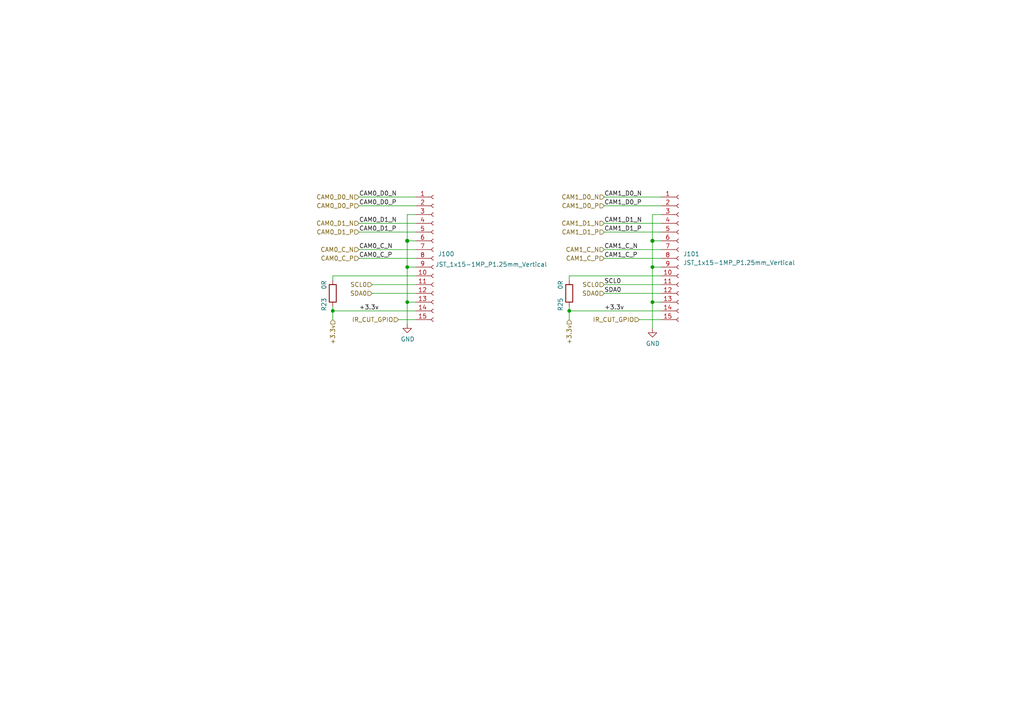
<source format=kicad_sch>
(kicad_sch (version 20231120) (generator "eeschema") (generator_version "8.0")
  (paper "A4")
  (lib_symbols
    (symbol "Connector:Conn_01x15_Female" (pin_names (offset 1.016) hide)
      (property "Reference" "J" (at 0 20.32 0))
      (property "Value" "Conn_01x15_Female" (at 0 -20.32 0))
      (symbol "Conn_01x15_Female_1_1"
        (arc (start 0 -17.272) (mid -0.5058 -17.78) (end 0 -18.288) (stroke (width 0.1524)))
        (arc (start 0 -14.732) (mid -0.5058 -15.24) (end 0 -15.748) (stroke (width 0.1524)))
        (arc (start 0 -12.192) (mid -0.5058 -12.7) (end 0 -13.208) (stroke (width 0.1524)))
        (arc (start 0 -9.652) (mid -0.5058 -10.16) (end 0 -10.668) (stroke (width 0.1524)))
        (arc (start 0 -7.112) (mid -0.5058 -7.62) (end 0 -8.128) (stroke (width 0.1524)))
        (arc (start 0 -4.572) (mid -0.5058 -5.08) (end 0 -5.588) (stroke (width 0.1524)))
        (arc (start 0 -2.032) (mid -0.5058 -2.54) (end 0 -3.048) (stroke (width 0.1524)))
        (polyline (pts (xy -1.27 -17.78) (xy -0.508 -17.78)) (stroke (width 0.1524)))
        (polyline (pts (xy -1.27 -15.24) (xy -0.508 -15.24)) (stroke (width 0.1524)))
        (polyline (pts (xy -1.27 -12.7) (xy -0.508 -12.7)) (stroke (width 0.1524)))
        (polyline (pts (xy -1.27 -10.16) (xy -0.508 -10.16)) (stroke (width 0.1524)))
        (polyline (pts (xy -1.27 -7.62) (xy -0.508 -7.62)) (stroke (width 0.1524)))
        (polyline (pts (xy -1.27 -5.08) (xy -0.508 -5.08)) (stroke (width 0.1524)))
        (polyline (pts (xy -1.27 -2.54) (xy -0.508 -2.54)) (stroke (width 0.1524)))
        (polyline (pts (xy -1.27 0) (xy -0.508 0)) (stroke (width 0.1524)))
        (polyline (pts (xy -1.27 2.54) (xy -0.508 2.54)) (stroke (width 0.1524)))
        (polyline (pts (xy -1.27 5.08) (xy -0.508 5.08)) (stroke (width 0.1524)))
        (polyline (pts (xy -1.27 7.62) (xy -0.508 7.62)) (stroke (width 0.1524)))
        (polyline (pts (xy -1.27 10.16) (xy -0.508 10.16)) (stroke (width 0.1524)))
        (polyline (pts (xy -1.27 12.7) (xy -0.508 12.7)) (stroke (width 0.1524)))
        (polyline (pts (xy -1.27 15.24) (xy -0.508 15.24)) (stroke (width 0.1524)))
        (polyline (pts (xy -1.27 17.78) (xy -0.508 17.78)) (stroke (width 0.1524)))
        (arc (start 0 0.508) (mid -0.5058 0) (end 0 -0.508) (stroke (width 0.1524)))
        (arc (start 0 3.048) (mid -0.5058 2.54) (end 0 2.032) (stroke (width 0.1524)))
        (arc (start 0 5.588) (mid -0.5058 5.08) (end 0 4.572) (stroke (width 0.1524)))
        (arc (start 0 8.128) (mid -0.5058 7.62) (end 0 7.112) (stroke (width 0.1524)))
        (arc (start 0 10.668) (mid -0.5058 10.16) (end 0 9.652) (stroke (width 0.1524)))
        (arc (start 0 13.208) (mid -0.5058 12.7) (end 0 12.192) (stroke (width 0.1524)))
        (arc (start 0 15.748) (mid -0.5058 15.24) (end 0 14.732) (stroke (width 0.1524)))
        (arc (start 0 18.288) (mid -0.5058 17.78) (end 0 17.272) (stroke (width 0.1524)))
        (pin passive line (at -5.08 17.78 0) (length 3.81) (name "Pin_1") (number "1"))
        (pin passive line (at -5.08 -5.08 0) (length 3.81) (name "Pin_10") (number "10"))
        (pin passive line (at -5.08 -7.62 0) (length 3.81) (name "Pin_11") (number "11"))
        (pin passive line (at -5.08 -10.16 0) (length 3.81) (name "Pin_12") (number "12"))
        (pin passive line (at -5.08 -12.7 0) (length 3.81) (name "Pin_13") (number "13"))
        (pin passive line (at -5.08 -15.24 0) (length 3.81) (name "Pin_14") (number "14"))
        (pin passive line (at -5.08 -17.78 0) (length 3.81) (name "Pin_15") (number "15"))
        (pin passive line (at -5.08 15.24 0) (length 3.81) (name "Pin_2") (number "2"))
        (pin passive line (at -5.08 12.7 0) (length 3.81) (name "Pin_3") (number "3"))
        (pin passive line (at -5.08 10.16 0) (length 3.81) (name "Pin_4") (number "4"))
        (pin passive line (at -5.08 7.62 0) (length 3.81) (name "Pin_5") (number "5"))
        (pin passive line (at -5.08 5.08 0) (length 3.81) (name "Pin_6") (number "6"))
        (pin passive line (at -5.08 2.54 0) (length 3.81) (name "Pin_7") (number "7"))
        (pin passive line (at -5.08 0 0) (length 3.81) (name "Pin_8") (number "8"))
        (pin passive line (at -5.08 -2.54 0) (length 3.81) (name "Pin_9") (number "9"))
      )
    )
    (symbol "Device:R" (pin_numbers hide) (pin_names (offset 0))
      (property "Reference" "R" (at 2.032 0 90))
      (property "Value" "R" (at 0 0 90))
      (symbol "R_0_1"
        (rectangle (start -1.016 -2.54) (end 1.016 2.54) (stroke (width 0.254)))
      )
      (symbol "R_1_1"
        (pin passive line (at 0 3.81 270) (length 1.27) (name "~") (number "1"))
        (pin passive line (at 0 -3.81 90) (length 1.27) (name "~") (number "2"))
      )
    )
    (symbol "power:GND" (power) (pin_names (offset 0))
      (property "Value" "GND" (at 0 -3.81 0))
      (symbol "GND_0_1"
        (polyline (pts (xy 0 0) (xy 0 -1.27) (xy 1.27 -1.27) (xy 0 -2.54) (xy -1.27 -1.27) (xy 0 -1.27)))
      )
      (symbol "GND_1_1"
        (pin power_in line (at 0 0 270) (length 0) hide (name "GND") (number "1"))
      )
    )
  )
  (junction (at 189.23 87.63))
  (junction (at 189.23 77.47))
  (junction (at 165.1 90.17))
  (junction (at 189.23 69.85) (diameter 1.016))
  (junction (at 96.52 90.17))
  (junction (at 118.11 77.47))
  (junction (at 118.11 69.85) (diameter 1.016))
  (junction (at 118.11 87.63))
  (wire (pts (xy 118.11 69.85) (xy 120.65 69.85)))
  (wire (pts (xy 118.11 87.63) (xy 118.11 93.98)))
  (wire (pts (xy 189.23 62.23) (xy 191.77 62.23)))
  (wire (pts (xy 96.52 80.01) (xy 120.65 80.01)))
  (wire (pts (xy 189.23 69.85) (xy 191.77 69.85)))
  (wire (pts (xy 118.11 87.63) (xy 120.65 87.63)))
  (wire (pts (xy 175.26 59.69) (xy 191.77 59.69)))
  (wire (pts (xy 107.95 82.55) (xy 120.65 82.55)))
  (wire (pts (xy 189.23 69.85) (xy 189.23 77.47)))
  (wire (pts (xy 185.42 92.71) (xy 191.77 92.71)))
  (wire (pts (xy 96.52 90.17) (xy 120.65 90.17)))
  (wire (pts (xy 175.26 64.77) (xy 191.77 64.77)))
  (wire (pts (xy 118.11 77.47) (xy 120.65 77.47)))
  (wire (pts (xy 165.1 88.9) (xy 165.1 90.17)))
  (wire (pts (xy 191.77 82.55) (xy 175.26 82.55)))
  (wire (pts (xy 189.23 87.63) (xy 189.23 95.25)))
  (wire (pts (xy 115.57 92.71) (xy 120.65 92.71)))
  (wire (pts (xy 165.1 80.01) (xy 165.1 81.28)))
  (wire (pts (xy 96.52 88.9) (xy 96.52 90.17)))
  (wire (pts (xy 165.1 92.71) (xy 165.1 90.17)))
  (wire (pts (xy 165.1 90.17) (xy 191.77 90.17)))
  (wire (pts (xy 175.26 72.39) (xy 191.77 72.39)))
  (wire (pts (xy 175.26 57.15) (xy 191.77 57.15)))
  (wire (pts (xy 165.1 80.01) (xy 191.77 80.01)))
  (wire (pts (xy 118.11 77.47) (xy 118.11 87.63)))
  (wire (pts (xy 104.14 67.31) (xy 120.65 67.31)))
  (wire (pts (xy 104.14 57.15) (xy 120.65 57.15)))
  (wire (pts (xy 118.11 62.23) (xy 118.11 69.85)))
  (wire (pts (xy 175.26 67.31) (xy 191.77 67.31)))
  (wire (pts (xy 189.23 62.23) (xy 189.23 69.85)))
  (wire (pts (xy 104.14 72.39) (xy 120.65 72.39)))
  (wire (pts (xy 118.11 62.23) (xy 120.65 62.23)))
  (wire (pts (xy 104.14 64.77) (xy 120.65 64.77)))
  (wire (pts (xy 104.14 74.93) (xy 120.65 74.93)))
  (wire (pts (xy 189.23 87.63) (xy 191.77 87.63)))
  (wire (pts (xy 96.52 80.01) (xy 96.52 81.28)))
  (wire (pts (xy 175.26 74.93) (xy 191.77 74.93)))
  (wire (pts (xy 118.11 69.85) (xy 118.11 77.47)))
  (wire (pts (xy 104.14 59.69) (xy 120.65 59.69)))
  (wire (pts (xy 189.23 77.47) (xy 189.23 87.63)))
  (wire (pts (xy 96.52 92.71) (xy 96.52 90.17)))
  (wire (pts (xy 120.65 85.09) (xy 107.95 85.09)))
  (wire (pts (xy 189.23 77.47) (xy 191.77 77.47)))
  (wire (pts (xy 191.77 85.09) (xy 175.26 85.09)))
  (label "CAM1_D0_P" (at 175.26 59.69 0))
  (label "+3.3v" (at 104.14 90.17 0))
  (label "SCL0" (at 175.26 82.55 0))
  (label "+3.3v" (at 175.26 90.17 0))
  (label "CAM0_D0_P" (at 104.14 59.69 0))
  (label "SDA0" (at 175.26 85.09 0))
  (label "CAM0_C_N" (at 104.14 72.39 0))
  (label "CAM1_D1_N" (at 175.26 64.77 0))
  (label "CAM0_D1_N" (at 104.14 64.77 0))
  (label "CAM1_C_P" (at 175.26 74.93 0))
  (label "CAM1_D0_N" (at 175.26 57.15 0))
  (label "CAM1_D1_P" (at 175.26 67.31 0))
  (label "CAM0_C_P" (at 104.14 74.93 0))
  (label "CAM1_C_N" (at 175.26 72.39 0))
  (label "CAM0_D1_P" (at 104.14 67.31 0))
  (label "CAM0_D0_N" (at 104.14 57.15 0))
  (hierarchical_label "CAM1_C_N" (shape input) (at 175.26 72.39 180))
  (hierarchical_label "CAM1_D1_N" (shape input) (at 175.26 64.77 180))
  (hierarchical_label "CAM1_C_P" (shape input) (at 175.26 74.93 180))
  (hierarchical_label "CAM0_D0_P" (shape input) (at 104.14 59.69 180))
  (hierarchical_label "CAM0_D0_N" (shape input) (at 104.14 57.15 180))
  (hierarchical_label "SCL0" (shape input) (at 175.26 82.55 180))
  (hierarchical_label "IR_CUT_GPIO" (shape input) (at 115.57 92.71 180))
  (hierarchical_label "SDA0" (shape input) (at 175.26 85.09 180))
  (hierarchical_label "CAM0_C_P" (shape input) (at 104.14 74.93 180))
  (hierarchical_label "CAM1_D0_P" (shape input) (at 175.26 59.69 180))
  (hierarchical_label "CAM0_D1_P" (shape input) (at 104.14 67.31 180))
  (hierarchical_label "+3.3v" (shape input) (at 96.52 92.71 270))
  (hierarchical_label "CAM0_D1_N" (shape input) (at 104.14 64.77 180))
  (hierarchical_label "CAM1_D1_P" (shape input) (at 175.26 67.31 180))
  (hierarchical_label "CAM0_C_N" (shape input) (at 104.14 72.39 180))
  (hierarchical_label "+3.3v" (shape input) (at 165.1 92.71 270))
  (hierarchical_label "CAM1_D0_N" (shape input) (at 175.2682 57.15 180))
  (hierarchical_label "IR_CUT_GPIO" (shape input) (at 185.42 92.71 180))
  (hierarchical_label "SDA0" (shape input) (at 107.95 85.09 180))
  (hierarchical_label "SCL0" (shape input) (at 107.95 82.55 180))
  (symbol (lib_id "Connector:Conn_01x15_Female") (at 196.85 74.93 0) (unit 1)
    (property "Reference" "J101" (at 198.12 73.6599 0) (effects (justify left)))
    (property "Value" "JST_1x15-1MP_P1.25mm_Vertical" (at 198.12 76.1999 0) (effects (justify left)))
    (property "Footprint" "CamTracker:JST_1x15-1MP_P1.25mm_Vertical" (effects (hide yes)))
    (property "MPN" "1.25mm间距 立贴 1*15p" (effects (hide yes)))
  )
  (symbol (lib_id "power:GND") (at 118.11 93.98 0) (unit 1)
    (property "Reference" "#PWR064" (effects (hide yes)))
    (property "Value" "GND" (at 118.237 98.3742 0))
  )
  (symbol (lib_id "Device:R") (at 165.1 85.09 180) (unit 1)
    (property "Reference" "R25" (at 162.56 86.36 90) (effects (justify left)))
    (property "Value" "0R" (at 162.56 81.28 90) (effects (justify left)))
    (property "Footprint" "Resistor_SMD:R_0603_1608Metric" (effects (hide yes)))
    (property "Datasheet" "https://fscdn.rohm.com/en/products/databook/datasheet/passive/resistor/chip_resistor/mcr-e.pdf" (effects (hide yes)))
    (property "Field4" "Farnell" (effects (hide yes)))
    (property "Field5" "9233750" (effects (hide yes)))
    (property "Field7" "Rohm" (effects (hide yes)))
    (property "Field6" "MCR10EZPJ000" (effects (hide yes)))
    (property "Part Description" "Resistor 0R M2012 5% " (effects (hide yes)))
    (property "Field8" "121629591" (effects (hide yes)))
  )
  (symbol (lib_id "power:GND") (at 189.23 95.25 0) (unit 1)
    (property "Reference" "#PWR065" (effects (hide yes)))
    (property "Value" "GND" (at 189.357 99.6442 0))
  )
  (symbol (lib_id "Connector:Conn_01x15_Female") (at 125.73 74.93 0) (unit 1)
    (property "Reference" "J100" (at 127 73.6599 0) (effects (justify left)))
    (property "Value" "JST_1x15-1MP_P1.25mm_Vertical" (at 126.238 76.708 0) (effects (justify left)))
    (property "Footprint" "CamTracker:JST_1x15-1MP_P1.25mm_Vertical" (effects (hide yes)))
    (property "MPN" "1.25mm间距 立贴 1*15p" (effects (hide yes)))
  )
  (symbol (lib_id "Device:R") (at 96.52 85.09 180) (unit 1)
    (property "Reference" "R23" (at 93.98 86.36 90) (effects (justify left)))
    (property "Value" "0R" (at 93.98 81.28 90) (effects (justify left)))
    (property "Footprint" "Resistor_SMD:R_0603_1608Metric" (effects (hide yes)))
    (property "Datasheet" "https://fscdn.rohm.com/en/products/databook/datasheet/passive/resistor/chip_resistor/mcr-e.pdf" (effects (hide yes)))
    (property "Field4" "Farnell" (effects (hide yes)))
    (property "Field5" "9233750" (effects (hide yes)))
    (property "Field7" "Rohm" (effects (hide yes)))
    (property "Field6" "MCR10EZPJ000" (effects (hide yes)))
    (property "Part Description" "Resistor 0R M2012 5% " (effects (hide yes)))
    (property "Field8" "121629591" (effects (hide yes)))
  )
)
</source>
